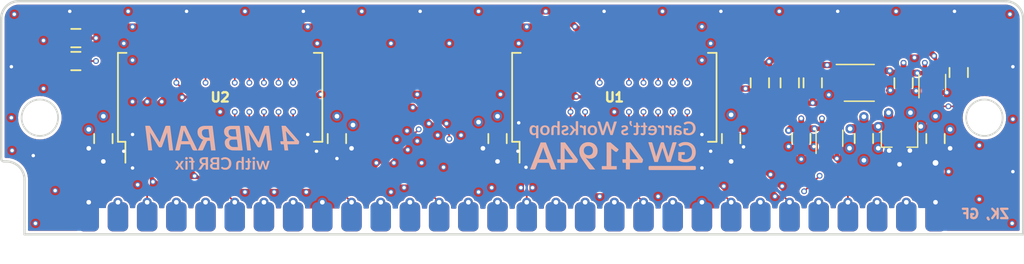
<source format=kicad_pcb>
(kicad_pcb (version 20221018) (generator pcbnew)
  (title_block (title "GW4194A") (date "2023-01-20") (rev "1.1-SOJ-DC") (company "Garrett's Workshop"))
  (layers (0 "F.Cu" signal) (1 "In1.Cu" power) (2 "In2.Cu" power) (31 "B.Cu" signal) (34 "B.Paste" user) (35 "F.Paste" user) (36 "B.SilkS" user "B.Silkscreen") (37 "F.SilkS" user "F.Silkscreen") (38 "B.Mask" user) (39 "F.Mask" user) (44 "Edge.Cuts" user))
  (net 0 "")
  (net 1 "+5V")
  (net 2 "/D0")
  (net 3 "/D1")
  (net 4 "/~{WE}")
  (net 5 "/~{RAS}")
  (net 6 "/~{CAS}")
  (net 7 "/D2")
  (net 8 "/D3")
  (net 9 "GND")
  (net 10 "/D4")
  (net 11 "/D5")
  (net 12 "/D6")
  (net 13 "/A11")
  (net 14 "/D7")
  (net 15 "/QP")
  (net 16 "/~{CASP}")
  (net 17 "/DP")
  (net 18 "/1A0")
  (net 19 "/1A1")
  (net 20 "/1A2")
  (net 21 "/1A3")
  (net 22 "/1A4")
  (net 23 "/1A5")
  (net 24 "/1A6")
  (net 25 "/1A7")
  (net 26 "/1A8")
  (net 27 "/1A10")
  (net 28 "/1A9")
  (net 29 "/~{RWE}")
  (net 30 "/~{OE}")
  (net 31 "/~{WEE}")
  (net 32 "Net-(U4-CK)")
  (net 33 "+3V3")
  (net 34 "Net-(U4-~{R})")
  (net 35 "Net-(R4-Pad2)")
  (footprint "stdpads:C_0805" (layer "F.Cu") (at 85.09 93.257 90)
    (fp_text reference "C1" hide)
    (fp_text value "2u2" hide)
  )
  (footprint "stdpads:C_0805" (layer "F.Cu") (at 105.41 93.257 90)
    (fp_text reference "C2" hide)
    (fp_text value "2u2" hide)
  )
  (footprint "stdpads:C_0805" (layer "F.Cu") (at 119.38 93.257 90)
    (fp_text reference "C3" hide)
    (fp_text value "2u2" hide)
  )
  (footprint "stdpads:C_0805" (layer "F.Cu") (at 157.48 93.257 90)
    (fp_text reference "C5" hide)
    (fp_text value "2u2" hide)
  )
  (footprint "stdpads:SIMM-30_Edge" (layer "F.Cu") (at 120.65 99.822)
    (fp_text reference "J1")
    (fp_text value "DRAM-SIMM-30")
  )
  (footprint "stdpads:R_0805" (layer "F.Cu") (at 82.7 86.5 180)
    (fp_text reference "R1")
    (fp_text value "EDO")
  )
  (footprint "stdpads:R_0805" (layer "F.Cu") (at 82.7 84.5)
    (fp_text reference "R2")
    (fp_text value "FPM")
  )
  (footprint "stdpads:C_0805" (layer "F.Cu") (at 146.8 88.4 -90)
    (fp_text reference "C9")
    (fp_text value "22p")
  )
  (footprint "stdpads:R_0805" (layer "F.Cu") (at 144.8 88.4 -90)
    (fp_text reference "R3")
    (fp_text value "100")
  )
  (footprint "stdpads:SOT-353" (layer "F.Cu") (at 148.25 93.25)
    (fp_text reference "U3")
    (fp_text value "74LVC1G04")
  )
  (footprint "stdpads:SOT-353" (layer "F.Cu") (at 157.2 88.4)
    (fp_text reference "U5")
    (fp_text value "74LVC1G32")
  )
  (footprint "stdpads:C_0805" (layer "F.Cu") (at 154.7 88.4 -90)
    (fp_text reference "C8")
    (fp_text value "2u2")
  )
  (footprint "stdpads:SOT-23" (layer "F.Cu") (at 154.35 93.25 90)
    (fp_text reference "U6")
    (fp_text value "XC6206PxxxMR")
  )
  (footprint "stdpads:C_0805" (layer "F.Cu") (at 151.25 93.25 -90)
    (fp_text reference "C7" hide)
    (fp_text value "2u2" hide)
  )
  (footprint "stdpads:R_0805" (layer "F.Cu") (at 142.2 88.4 90)
    (fp_text reference "R4")
    (fp_text value "100")
  )
  (footprint "stdpads:C_0805" (layer "F.Cu") (at 145.8 93.25 -90)
    (fp_text reference "C6")
    (fp_text value "2u2")
  )
  (footprint "stdpads:SOP-24-26_300mil" (layer "F.Cu") (at 129.54 89.662 90)
    (fp_text reference "U1")
    (fp_text value "4C4M4")
  )
  (footprint "stdpads:SOP-24-26_300mil" (layer "F.Cu") (at 95.25 89.662 90)
    (fp_text reference "U2")
    (fp_text value "4C4M4")
  )
  (footprint "stdpads:C_0805" (layer "F.Cu") (at 139.7 93.257 90)
    (fp_text reference "C4")
    (fp_text value "2u2")
  )
  (footprint "stdpads:NXP_TSSOP-8_3x3mm_P0.65mm" (layer "F.Cu") (at 150.85 88.4)
    (fp_text reference "U4")
    (fp_text value "74LVC1G74DP")
  )
  (footprint "stdpads:R_0805" (layer "F.Cu") (at 159.5 87.5 -90)
    (fp_text reference "R5")
    (fp_text value "DNP")
  )
  (footprint "LOGO" (layer "B.Cu") (at 129.413 94.0435 180)
    (fp_text reference "G***" hide)
    (fp_text value "LOGO" hide)
  )
  (footprint "LOGO" (layer "B.Cu") (at 95.4405 93.98 180)
    (fp_text reference "G***" hide)
    (fp_text value "LOGO" hide)
  )
  (gr_circle (center 79.5655 91.44) (end 77.978 91.44) (stroke (width 0.15)) (fill none) (layer "Edge.Cuts"))
  (gr_circle (center 161.7345 91.44) (end 163.322 91.44) (stroke (width 0.15)) (fill none) (layer "Edge.Cuts"))
  (gr_arc (start 163.576 81.28) (mid 164.653631 81.726369) (end 165.1 82.804) (stroke (width 0.2)) (layer "Edge.Cuts"))
  (gr_arc (start 76.2 82.804) (mid 76.646369 81.726369) (end 77.724 81.28) (stroke (width 0.2)) (layer "Edge.Cuts"))
  (gr_line (start 76.6445 95.25) (end 76.454 95.25) (stroke (width 0.2)) (layer "Edge.Cuts"))
  (gr_line (start 78.232 101.6) (end 78.232 96.8375) (stroke (width 0.2)) (layer "Edge.Cuts"))
  (gr_arc (start 76.454 95.25) (mid 76.274395 95.175605) (end 76.2 94.996) (stroke (width 0.2)) (layer "Edge.Cuts"))
  (gr_arc (start 76.6445 95.25) (mid 77.767032 95.714968) (end 78.232 96.8375) (stroke (width 0.2)) (layer "Edge.Cuts"))
  (gr_line (start 76.2 94.996) (end 76.2 82.804) (stroke (width 0.2)) (layer "Edge.Cuts"))
  (gr_line (start 165.1 101.6) (end 78.232 101.6) (stroke (width 0.2)) (layer "Edge.Cuts"))
  (gr_line (start 165.1 82.804) (end 165.1 101.6) (stroke (width 0.2)) (layer "Edge.Cuts"))
  (gr_line (start 77.724 81.28) (end 163.576 81.28) (stroke (width 0.2)) (layer "Edge.Cuts"))
  (gr_text "ZK, GF" (at 161.798 99.822) (layer "B.SilkS") (effects (font (size 0.8128 0.8128) (thickness 0.2032)) (justify mirror)))
  (segment (start 154.35 94.3) (end 155.25 94.3) (width 0.8) (layer "F.Cu") (net 1))
  (segment (start 154.35 94.3) (end 153.45 94.3) (width 0.8) (layer "F.Cu") (net 1))
  (segment (start 154.35 94.3) (end 154.35 95.5) (width 0.8) (layer "F.Cu") (net 1))
  (segment (start 105.41 94.107) (end 103.886 94.107) (width 0.6) (layer "F.Cu") (net 1))
  (segment (start 119.38 94.107) (end 118.11 94.107) (width 0.762) (layer "F.Cu") (net 1))
  (segment (start 138.176 94.107) (end 137.922 94.361) (width 0.508) (layer "F.Cu") (net 1))
  (segment (start 155.443 94.107) (end 155.25 94.3) (width 0.8) (layer "F.Cu") (net 1))
  (segment (start 87.63 94.361) (end 87.63 92.9005) (width 0.6) (layer "F.Cu") (net 1))
  (segment (start 140.6525 94.107) (end 140.7795 93.98) (width 0.508) (layer "F.Cu") (net 1))
  (segment (start 157.48 98.806) (end 157.48 95.377) (width 1.27) (layer "F.Cu") (net 1))
  (segment (start 87.63 94.361) (end 87.63 95.8215) (width 0.6) (layer "F.Cu") (net 1))
  (segment (start 139.7 94.107) (end 138.176 94.107) (width 0.508) (layer "F.Cu") (net 1))
  (segment (start 105.41 94.107) (end 105.41 94.996) (width 0.508) (layer "F.Cu") (net 1))
  (segment (start 87.63 94.361) (end 86.868 94.361) (width 0.6) (layer "F.Cu") (net 1))
  (segment (start 119.38 94.107) (end 119.38 95.25) (width 0.762) (layer "F.Cu") (net 1))
  (segment (start 120.904 94.107) (end 121.158 94.361) (width 0.762) (layer "F.Cu") (net 1))
  (segment (start 119.38 94.107) (end 120.904 94.107) (width 0.762) (layer "F.Cu") (net 1))
  (segment (start 105.41 94.107) (end 106.68 94.107) (width 0.762) (layer "F.Cu") (net 1))
  (segment (start 121.92 92.583) (end 121.92 94.361) (width 0.6) (layer "F.Cu") (net 1))
  (segment (start 85.09 94.107) (end 85.09 95.25) (width 0.762) (layer "F.Cu") (net 1))
  (segment (start 121.2215 91.8845) (end 121.92 92.583) (width 0.6) (layer "F.Cu") (net 1))
  (segment (start 85.09 94.107) (end 86.614 94.107) (width 0.762) (layer "F.Cu") (net 1))
  (segment (start 157.48 94.107) (end 158.75 94.107) (width 0.8) (layer "F.Cu") (net 1))
  (segment (start 85.09 94.107) (end 83.82 94.107) (width 0.762) (layer "F.Cu") (net 1))
  (segment (start 137.16 94.361) (end 137.922 94.361) (width 0.6) (layer "F.Cu") (net 1))
  (segment (start 137.16 94.361) (end 137.16 92.9005) (width 0.6) (layer "F.Cu") (net 1))
  (segment (start 121.92 94.361) (end 121.92 95.6945) (width 0.6) (layer "F.Cu") (net 1))
  (segment (start 103.886 94.107) (end 103.632 94.361) (width 0.6) (layer "F.Cu") (net 1))
  (segment (start 139.7 94.107) (end 139.7 95.25) (width 0.762) (layer "F.Cu") (net 1))
  (segment (start 137.16 94.361) (end 137.16 95.8215) (width 0.6) (layer "F.Cu") (net 1))
  (segment (start 121.92 94.361) (end 121.158 94.361) (width 0.6) (layer "F.Cu") (net 1))
  (segment (start 86.614 94.107) (end 86.868 94.361) (width 0.762) (layer "F.Cu") (net 1))
  (segment (start 157.48 94.107) (end 155.443 94.107) (width 0.8) (layer "F.Cu") (net 1))
  (segment (start 121.92 95.6945) (end 121.8565 95.758) (width 0.6) (layer "F.Cu") (net 1))
  (segment (start 157.48 95.377) (end 157.48 94.107) (width 0.762) (layer "F.Cu") (net 1))
  (segment (start 102.87 94.361) (end 102.87 92.9005) (width 0.6) (layer "F.Cu") (net 1))
  (segment (start 102.87 94.361) (end 103.632 94.361) (width 0.6) (layer "F.Cu") (net 1))
  (segment (start 139.7 94.107) (end 140.6525 94.107) (width 0.508) (layer "F.Cu") (net 1))
  (via (at 77.089 86.995) (size 0.508) (drill 0.3) (layers "F.Cu" "B.Cu") (net 1))
  (via (at 164.211 86.995) (size 0.508) (drill 0.3) (layers "F.Cu" "B.Cu") (net 1))
  (via (at 164.211 96.139) (size 0.508) (drill 0.3) (layers "F.Cu" "B.Cu") (net 1))
  (via (at 78.994 94.742) (size 0.508) (drill 0.3) (layers "F.Cu" "B.Cu") (net 1))
  (via (at 159.131 82.169) (size 0.508) (drill 0.3) (layers "F.Cu" "B.Cu") (net 1))
  (via (at 148.971 82.169) (size 0.508) (drill 0.3) (layers "F.Cu" "B.Cu") (net 1))
  (via (at 92.329 82.169) (size 0.508) (drill 0.3) (layers "F.Cu" "B.Cu") (net 1))
  (via (at 102.489 82.169) (size 0.508) (drill 0.3) (layers "F.Cu" "B.Cu") (net 1))
  (via (at 138.811 82.169) (size 0.508) (drill 0.3) (layers "F.Cu" "B.Cu") (net 1))
  (via (at 82.169 82.169) (size 0.508) (drill 0.3) (layers "F.Cu" "B.Cu") (net 1))
  (via (at 112.649 82.169) (size 0.508) (drill 0.3) (layers "F.Cu" "B.Cu") (net 1))
  (via (at 128.651 82.169) (size 0.508) (drill 0.3) (layers "F.Cu" "B.Cu") (net 1))
  (via (at 155.25 94.3) (size 0.8) (drill 0.4) (layers "F.Cu" "B.Cu") (net 1))
  (via (at 154.35 95.5) (size 0.8) (drill 0.4) (layers "F.Cu" "B.Cu") (net 1))
  (via (at 153.45 94.3) (size 0.8) (drill 0.4) (layers "F.Cu" "B.Cu") (net 1))
  (via (at 121.8565 95.758) (size 0.5) (drill 0.3) (layers "F.Cu" "B.Cu") (net 1))
  (via (at 121.2215 91.8845) (size 0.6) (drill 0.3) (layers "F.Cu" "B.Cu") (net 1))
  (via (at 105.41 94.996) (size 0.508) (drill 0.3) (layers "F.Cu" "B.Cu") (net 1))
  (via (at 140.7795 93.98) (size 0.508) (drill 0.3) (layers "F.Cu" "B.Cu") (net 1))
  (via (at 87.63 92.9005) (size 0.6) (drill 0.3) (layers "F.Cu" "B.Cu") (net 1))
  (via (at 83.82 94.107) (size 0.8) (drill 0.4) (layers "F.Cu" "B.Cu") (net 1))
  (via (at 119.38 95.25) (size 0.8) (drill 0.4) (layers "F.Cu" "B.Cu") (net 1))
  (via (at 85.09 95.25) (size 0.8) (drill 0.4) (layers "F.Cu" "B.Cu") (net 1))
  (via (at 86.868 94.361) (size 0.6) (drill 0.3) (layers "F.Cu" "B.Cu") (net 1))
  (via (at 137.16 95.8215) (size 0.6) (drill 0.3) (layers "F.Cu" "B.Cu") (net 1))
  (via (at 139.7 95.25) (size 0.8) (drill 0.4) (layers "F.Cu" "B.Cu") (net 1))
  (via (at 137.922 94.361) (size 0.6) (drill 0.3) (layers "F.Cu" "B.Cu") (net 1))
  (via (at 158.75 94.107) (size 0.8) (drill 0.4) (layers "F.Cu" "B.Cu") (net 1))
  (via (at 121.158 94.361) (size 0.6) (drill 0.3) (layers "F.Cu" "B.Cu") (net 1))
  (via (at 137.16 92.9005) (size 0.6) (drill 0.3) (layers "F.Cu" "B.Cu") (net 1))
  (via (at 118.11 94.107) (size 0.8) (drill 0.4) (layers "F.Cu" "B.Cu") (net 1))
  (via (at 87.63 95.8215) (size 0.6) (drill 0.3) (layers "F.Cu" "B.Cu") (net 1))
  (via (at 103.632 94.361) (size 0.6) (drill 0.3) (layers "F.Cu" "B.Cu") (net 1))
  (via (at 106.68 94.107) (size 0.8) (drill 0.4) (layers "F.Cu" "B.Cu") (net 1))
  (via (at 157.48 95.377) (size 1) (drill 0.5) (layers "F.Cu" "B.Cu") (net 1))
  (via (at 102.87 92.9005) (size 0.6) (drill 0.3) (layers "F.Cu" "B.Cu") (net 1))
  (segment (start 88.9 96.266) (end 88.265 95.631) (width 0.1524) (layer "F.Cu") (net 2))
  (segment (start 88.265 89.916) (end 88.9 89.281) (width 0.1524) (layer "F.Cu") (net 2))
  (segment (start 88.265 95.631) (end 88.265 89.916) (width 0.1524) (layer "F.Cu") (net 2))
  (segment (start 88.9 98.806) (end 88.9 96.266) (width 0.1524) (layer "F.Cu") (net 2))
  (segment (start 88.9 89.281) (end 88.9 85.962) (width 0.1524) (layer "F.Cu") (net 2))
  (segment (start 96.52 98.806) (end 95.504 97.79) (width 0.1524) (layer "F.Cu") (net 3))
  (segment (start 95.504 97.79) (end 90.932 97.79) (width 0.1524) (layer "F.Cu") (net 3))
  (segment (start 90.932 97.79) (end 88.9 95.758) (width 0.1524) (layer "F.Cu") (net 3))
  (segment (start 88.9 95.758) (end 88.9 94.112) (width 0.1524) (layer "F.Cu") (net 3))
  (segment (start 156.55 89.25) (end 156.55 90.2) (width 0.1524) (layer "F.Cu") (net 4))
  (segment (start 156.8 90.45) (end 158.6 90.45) (width 0.1524) (layer "F.Cu") (net 4))
  (segment (start 159.25 90.45) (end 158.6 90.45) (width 0.1524) (layer "F.Cu") (net 4))
  (segment (start 146.7485 97.155) (end 146.05 97.8535) (width 0.1524) (layer "F.Cu") (net 4))
  (segment (start 159.5 90.2) (end 159.25 90.45) (width 0.1524) (layer "F.Cu") (net 4))
  (segment (start 156.55 90.2) (end 156.8 90.45) (width 0.1524) (layer "F.Cu") (net 4))
  (segment (start 147.4 96.5) (end 146.7485 97.1515) (width 0.1524) (layer "F.Cu") (net 4))
  (segment (start 159.5 88.45) (end 159.5 90.2) (width 0.1524) (layer "F.Cu") (net 4))
  (segment (start 146.7485 97.1515) (end 146.7485 97.155) (width 0.1524) (layer "F.Cu") (net 4))
  (via (at 146.05 97.8535) (size 0.508) (drill 0.3) (layers "F.Cu" "B.Cu") (net 4))
  (via (at 147.4 96.5) (size 0.508) (drill 0.3) (layers "F.Cu" "B.Cu") (net 4))
  (via (at 158.6 90.45) (size 0.508) (drill 0.3) (layers "F.Cu" "B.Cu") (net 4))
  (segment (start 127 94.112) (end 127 90.932) (width 0.1524) (layer "F.Cu") (net 5))
  (segment (start 92.71 95.504) (end 92.71 93.362) (width 0.1524) (layer "F.Cu") (net 5))
  (segment (start 112.522 92.456) (end 108.585 96.393) (width 0.1524) (layer "F.Cu") (net 5))
  (segment (start 149.86 96.66) (end 149.86 98.806) (width 0.1524) (layer "F.Cu") (net 5))
  (segment (start 108.585 96.393) (end 93.599 96.393) (width 0.1524) (layer "F.Cu") (net 5))
  (segment (start 148.25 94.1) (end 148.25 95.05) (width 0.1524) (layer "F.Cu") (net 5))
  (segment (start 93.599 96.393) (end 92.71 95.504) (width 0.1524) (layer "F.Cu") (net 5))
  (segment (start 148.25 95.05) (end 149.86 96.66) (width 0.1524) (layer "F.Cu") (net 5))
  (via (at 127 90.932) (size 0.508) (drill 0.3) (layers "F.Cu" "B.Cu") (net 5))
  (via (at 112.522 92.456) (size 0.508) (drill 0.3) (layers "F.Cu" "B.Cu") (net 5))
  (segment (start 124.9045 82.9945) (end 125.73 83.82) (width 0.1524) (layer "F.Cu") (net 6))
  (segment (start 144 86.35) (end 150 86.35) (width 0.1524) (layer "F.Cu") (net 6))
  (segment (start 103.759 88.8365) (end 114.4905 88.8365) (width 0.1524) (layer "F.Cu") (net 6))
  (segment (start 137.85 89.25) (end 138.7 88.4) (width 0.1524) (layer "F.Cu") (net 6))
  (segment (start 91.44 88.392) (end 92.329 89.281) (width 0.1524) (layer "F.Cu") (net 6))
  (segment (start 143.15 88.4) (end 143.5 88.05) (width 0.1524) (layer "F.Cu") (net 6))
  (segment (start 92.329 89.281) (end 103.3145 89.281) (width 0.1524) (layer "F.Cu") (net 6))
  (segment (start 150.35 86.7) (end 150.35 88) (width 0.1524) (layer "F.Cu") (net 6))
  (segment (start 114.4905 88.8365) (end 120.3325 82.9945) (width 0.1524) (layer "F.Cu") (net 6))
  (segment (start 150 86.35) (end 150.35 86.7) (width 0.1524) (layer "F.Cu") (net 6))
  (segment (start 138.7 88.4) (end 143.15 88.4) (width 0.1524) (layer "F.Cu") (net 6))
  (segment (start 84.45 86.5) (end 83.65 86.5) (width 0.1524) (layer "F.Cu") (net 6))
  (segment (start 125.73 88.392) (end 126.588 89.25) (width 0.1524) (layer "F.Cu") (net 6))
  (segment (start 125.73 83.82) (end 125.73 88.392) (width 0.1524) (layer "F.Cu") (net 6))
  (segment (start 126.588 89.25) (end 137.85 89.25) (width 0.1524) (layer "F.Cu") (net 6))
  (segment (start 150.2 88.15) (end 149.325 88.15) (width 0.1524) (layer "F.Cu") (net 6))
  (segment (start 103.3145 89.281) (end 103.759 88.8365) (width 0.1524) (layer "F.Cu") (net 6))
  (segment (start 120.3325 82.9945) (end 124.9045 82.9945) (width 0.1524) (layer "F.Cu") (net 6))
  (segment (start 143.5 88.05) (end 143.5 86.85) (width 0.1524) (layer "F.Cu") (net 6))
  (segment (start 143.5 86.85) (end 144 86.35) (width 0.1524) (layer "F.Cu") (net 6))
  (segment (start 91.44 88.392) (end 91.44 85.212) (width 0.1524) (layer "F.Cu") (net 6))
  (segment (start 150.35 88) (end 150.2 88.15) (width 0.1524) (layer "F.Cu") (net 6))
  (via (at 84.45 86.5) (size 0.508) (drill 0.3) (layers "F.Cu" "B.Cu") (net 6))
  (via (at 91.44 88.392) (size 0.508) (drill 0.3) (layers "F.Cu" "B.Cu") (net 6))
  (segment (start 90.17 85.962) (end 90.17 89.281) (width 0.1524) (layer "F.Cu") (net 7))
  (segment (start 105.283 97.409) (end 106.68 98.806) (width 0.1524) (layer "F.Cu") (net 7))
  (segment (start 89.535 95.758) (end 91.186 97.409) (width 0.1524) (layer "F.Cu") (net 7))
  (segment (start 90.17 89.281) (end 89.535 89.916) (width 0.1524) (layer "F.Cu") (net 7))
  (segment (start 91.186 97.409) (end 105.283 97.409) (width 0.1524) (layer "F.Cu") (net 7))
  (segment (start 89.535 89.916) (end 89.535 95.758) (width 0.1524) (layer "F.Cu") (net 7))
  (segment (start 91.44 97.028) (end 112.522 97.028) (width 0.1524) (layer "F.Cu") (net 8))
  (segment (start 90.17 95.758) (end 91.44 97.028) (width 0.1524) (layer "F.Cu") (net 8))
  (segment (start 90.17 94.112) (end 90.17 95.758) (width 0.1524) (layer "F.Cu") (net 8))
  (segment (start 112.522 97.028) (end 114.3 98.806) (width 0.1524) (layer "F.Cu") (net 8))
  (segment (start 155.3 92.2) (end 156.2 92.2) (width 0.8) (layer "F.Cu") (net 9))
  (segment (start 155.3 92.2) (end 155.3 91) (width 0.8) (layer "F.Cu") (net 9))
  (segment (start 146.75 94.1) (end 146.9 93.95) (width 0.6) (layer "F.Cu") (net 9))
  (segment (start 87.63 84.963) (end 87.63 83.5207) (width 0.6) (layer "F.Cu") (net 9))
  (segment (start 105.41 92.407) (end 105.41 91.313) (width 0.762) (layer "F.Cu") (net 9))
  (segment (start 151.25 94.1) (end 151.25 95.15) (width 0.8) (layer "F.Cu") (net 9))
  (segment (start 87.63 84.963) (end 87.63 86.4235) (width 0.6) (layer "F.Cu") (net 9))
  (segment (start 153.75 89.25) (end 153.55 89.05) (width 0.6) (layer "F.Cu") (net 9))
  (segment (start 154.7 89.25) (end 153.75 89.25) (width 0.6) (layer "F.Cu") (net 9))
  (segment (start 145.8 94.1) (end 146.75 94.1) (width 0.6) (layer "F.Cu") (net 9))
  (segment (start 137.16 84.963) (end 137.922 84.963) (width 0.6) (layer "F.Cu") (net 9))
  (segment (start 156.407 92.407) (end 156.2 92.2) (width 0.8) (layer "F.Cu") (net 9))
  (segment (start 148 89.25) (end 148.2 89.45) (width 0.6) (layer "F.Cu") (net 9))
  (segment (start 149.2 89.45) (end 148.2 89.45) (width 0.6) (layer "F.Cu") (net 9))
  (segment (start 106.475 92.407) (end 106.807 92.075) (width 0.762) (layer "F.Cu") (net 9))
  (segment (start 121.92 84.963) (end 121.92 83.522149) (width 0.6) (layer "F.Cu") (net 9))
  (segment (start 118.315 92.407) (end 117.729 91.821) (width 0.762) (layer "F.Cu") (net 9))
  (segment (start 146.8 89.25) (end 148 89.25) (width 0.6) (layer "F.Cu") (net 9))
  (segment (start 151.25 94.1) (end 152.5 94.1) (width 0.8) (layer "F.Cu") (net 9))
  (segment (start 83.869 92.407) (end 83.82 92.456) (width 0.762) (layer "F.Cu") (net 9))
  (segment (start 85.09 92.407) (end 85.09 91.313) (width 0.762) (layer "F.Cu") (net 9))
  (segment (start 157.48 92.407) (end 158.701 92.407) (width 0.8) (layer "F.Cu") (net 9))
  (segment (start 102.87 84.963) (end 102.87 83.5207) (width 0.6) (layer "F.Cu") (net 9))
  (segment (start 102.87 84.963) (end 103.6955 84.963) (width 0.6) (layer "F.Cu") (net 9))
  (segment (start 144.85 94.1) (end 144.7 93.95) (width 0.6) (layer "F.Cu") (net 9))
  (segment (start 121.92 84.963) (end 121.92 86.1695) (width 0.6) (layer "F.Cu") (net 9))
  (segment (start 83.65 84.5) (end 84.45 84.5) (width 0.1524) (layer "F.Cu") (net 9))
  (segment (start 140.667 92.407) (end 140.7795 92.5195) (width 0.508) (layer "F.Cu") (net 9))
  (segment (start 157.85 89.25) (end 158.45 89.25) (width 0.45) (layer "F.Cu") (net 9))
  (segment (start 87.63 84.963) (end 86.868 84.963) (width 0.6) (layer "F.Cu") (net 9))
  (segment (start 137.16 84.963) (end 137.16 83.5025) (width 0.6) (layer "F.Cu") (net 9))
  (segment (start 145.8 94.1) (end 144.85 94.1) (width 0.6) (layer "F.Cu") (net 9))
  (segment (start 105.41 92.407) (end 106.475 92.407) (width 0.762) (layer "F.Cu") (net 9))
  (segment (start 121.92 84.963) (end 121.2215 84.963) (width 0.6) (layer "F.Cu") (net 9))
  (segment (start 154.7 89.25) (end 155.65 89.25) (width 0.6) (layer "F.Cu") (net 9))
  (segment (start 151.25 94.1) (end 150 94.1) (width 0.8) (layer "F.Cu") (net 9))
  (segment (start 121.92 83.522149) (end 121.921449 83.5207) (width 0.6) (layer "F.Cu") (net 9))
  (segment (start 119.38 92.407) (end 118.315 92.407) (width 0.762) (layer "F.Cu") (net 9))
  (segment (start 157.48 92.407) (end 156.407 92.407) (width 0.8) (layer "F.Cu") (net 9))
  (segment (start 139.7 92.407) (end 139.7 91.186) (width 0.762) (layer "F.Cu") (net 9))
  (segment (start 157.48 92.407) (end 157.48 91.313) (width 0.8) (layer "F.Cu") (net 9))
  (segment (start 145.8 94.1) (end 145.8 95.05) (width 0.6) (layer "F.Cu") (net 9))
  (segment (start 155.65 89.25) (end 155.8 89.1) (width 0.6) (layer "F.Cu") (net 9))
  (segment (start 119.38 92.407) (end 119.38 91.313) (width 0.762) (layer "F.Cu") (net 9))
  (segment (start 146.8 89.25) (end 146.8 90.15) (width 0.508) (layer "F.Cu") (net 9))
  (segment (start 139.7 92.407) (end 140.667 92.407) (width 0.508) (layer "F.Cu") (net 9))
  (segment (start 137.16 84.963) (end 137.16 86.4235) (width 0.6) (layer "F.Cu") (net 9))
  (segment (start 85.09 92.407) (end 83.869 92.407) (width 0.762) (layer "F.Cu") (net 9))
  (segment (start 148.9 94.1) (end 148.9 95) (width 0.4) (layer "F.Cu") (net 9))
  (segment (start 158.701 92.407) (end 158.75 92.456) (width 0.8) (layer "F.Cu") (net 9))
  (via (at 112.776 95.377) (size 0.508) (drill 0.3) (layers "F.Cu" "B.Cu") (net 9))
  (via (at 110.617 93.345) (size 0.508) (drill 0.3) (layers "F.Cu" "B.Cu") (net 9))
  (via (at 95.25 90.932) (size 0.508) (drill 0.3) (layers "F.Cu" "B.Cu") (net 9))
  (via (at 112.395 89.408) (size 0.508) (drill 0.3) (layers "F.Cu" "B.Cu") (net 9))
  (via (at 119.634 89.408) (size 0.508) (drill 0.3) (layers "F.Cu" "B.Cu") (net 9))
  (via (at 111.252 97.536) (size 0.508) (drill 0.3) (layers "F.Cu" "B.Cu") (net 9))
  (via (at 117.729 97.917) (size 0.508) (drill 0.3) (layers "F.Cu" "B.Cu") (net 9))
  (via (at 118.872 97.536) (size 0.508) (drill 0.3) (layers "F.Cu" "B.Cu") (net 9))
  (via (at 139.065 97.409) (size 0.508) (drill 0.3) (layers "F.Cu" "B.Cu") (net 9))
  (via (at 89.408 97.028) (size 0.508) (drill 0.3) (layers "F.Cu" "B.Cu") (net 9))
  (via (at 88.0745 97.282) (size 0.508) (drill 0.3) (layers "F.Cu" "B.Cu") (net 9))
  (via (at 114.173 92.964) (size 0.508) (drill 0.3) (layers "F.Cu" "B.Cu") (net 9))
  (via (at 114.935 91.948) (size 0.508) (drill 0.3) (layers "F.Cu" "B.Cu") (net 9))
  (via (at 114.681 95.758) (size 0.508) (drill 0.3) (layers "F.Cu" "B.Cu") (net 9))
  (via (at 144.145 97.409) (size 0.508) (drill 0.3) (layers "F.Cu" "B.Cu") (net 9))
  (via (at 143.129 96.393) (size 0.508) (drill 0.3) (layers "F.Cu" "B.Cu") (net 9))
  (via (at 88.9 90.043) (size 0.508) (drill 0.3) (layers "F.Cu" "B.Cu") (net 9))
  (via (at 87.63 90.043) (size 0.508) (drill 0.3) (layers "F.Cu" "B.Cu") (net 9))
  (via (at 90.17 90.043) (size 0.508) (drill 0.3) (layers "F.Cu" "B.Cu") (net 9))
  (via (at 91.948 89.662) (size 0.508) (drill 0.3) (layers "F.Cu" "B.Cu") (net 9))
  (via (at 126.238 89.5985) (size 0.508) (drill 0.3) (layers "F.Cu" "B.Cu") (net 9))
  (via (at 112.395 93.472) (size 0.508) (drill 0.3) (layers "F.Cu" "B.Cu") (net 9))
  (via (at 113.411 91.948) (size 0.508) (drill 0.3) (layers "F.Cu" "B.Cu") (net 9))
  (via (at 116.205 92.964) (size 0.508) (drill 0.3) (layers "F.Cu" "B.Cu") (net 9))
  (via (at 111.506 92.583) (size 0.508) (drill 0.3) (layers "F.Cu" "B.Cu") (net 9))
  (via (at 121.412 97.536) (size 0.508) (drill 0.3) (layers "F.Cu" "B.Cu") (net 9))
  (via (at 122.428 97.536) (size 0.508) (drill 0.3) (layers "F.Cu" "B.Cu") (net 9))
  (via (at 110.363 95.377) (size 0.508) (drill 0.3) (layers "F.Cu" "B.Cu") (net 9))
  (via (at 163.957 82.423) (size 0.508) (drill 0.3) (layers "F.Cu" "B.Cu") (net 9))
  (via (at 164.1475 100.6475) (size 0.508) (drill 0.3) (layers "F.Cu" "B.Cu") (net 9))
  (via (at 79.1845 100.6475) (size 0.508) (drill 0.3) (layers "F.Cu" "B.Cu") (net 9))
  (via (at 77.1525 94.2975) (size 0.508) (drill 0.3) (layers "F.Cu" "B.Cu") (net 9))
  (via (at 77.089 91.44) (size 0.508) (drill 0.3) (layers "F.Cu" "B.Cu") (net 9))
  (via (at 79.883 84.709) (size 0.508) (drill 0.3) (layers "F.Cu" "B.Cu") (net 9))
  (via (at 161.29 93.853) (size 0.508) (drill 0.3) (layers "F.Cu" "B.Cu") (net 9))
  (via (at 161.29 98.552) (size 0.508) (drill 0.3) (layers "F.Cu" "B.Cu") (net 9))
  (via (at 80.899 97.79) (size 0.508) (drill 0.3) (layers "F.Cu" "B.Cu") (net 9))
  (via (at 79.883 88.9) (size 0.508) (drill 0.3) (layers "F.Cu" "B.Cu") (net 9))
  (via (at 133.35 98.298) (size 0.508) (drill 0.3) (layers "F.Cu" "B.Cu") (net 9))
  (via (at 110.109 97.917) (size 0.508) (drill 0.3) (layers "F.Cu" "B.Cu") (net 9))
  (via (at 102.743 97.917) (size 0.508) (drill 0.3) (layers "F.Cu" "B.Cu") (net 9))
  (via (at 99.949 97.917) (size 0.508) (drill 0.3) (layers "F.Cu" "B.Cu") (net 9))
  (via (at 97.409 97.917) (size 0.508) (drill 0.3) (layers "F.Cu" "B.Cu") (net 9))
  (via (at 158.623 96.139) (size 0.508) (drill 0.3) (layers "F.Cu" "B.Cu") (net 9))
  (via (at 111.5695 94.234) (size 0.508) (drill 0.3) (layers "F.Cu" "B.Cu") (net 9))
  (via (at 104.013 89.408) (size 0.508) (drill 0.3) (layers "F.Cu" "B.Cu") (net 9))
  (via (at 108.839 95.377) (size 0.508) (drill 0.3) (layers "F.Cu" "B.Cu") (net 9))
  (via (at 112.014 90.551) (size 0.508) (drill 0.3) (layers "F.Cu" "B.Cu") (net 9))
  (via (at 164.211 91.567) (size 0.508) (drill 0.3) (layers "F.Cu" "B.Cu") (net 9))
  (via (at 77.343 82.423) (size 0.508) (drill 0.3) (layers "F.Cu" "B.Cu") (net 9))
  (via (at 154.051 82.169) (size 0.508) (drill 0.3) (layers "F.Cu" "B.Cu") (net 9))
  (via (at 87.249 82.169) (size 0.508) (drill 0.3) (layers "F.Cu" "B.Cu") (net 9))
  (via (at 97.409 82.169) (size 0.508) (drill 0.3) (layers "F.Cu" "B.Cu") (net 9))
  (via (at 143.891 82.169) (size 0.508) (drill 0.3) (layers "F.Cu" "B.Cu") (net 9))
  (via (at 110.109 84.963) (size 0.508) (drill 0.3) (layers "F.Cu" "B.Cu") (net 9))
  (via (at 115.189 84.963) (size 0.508) (drill 0.3) (layers "F.Cu" "B.Cu") (net 9))
  (via (at 126.111 83.5025) (size 0.508) (drill 0.3) (layers "F.Cu" "B.Cu") (net 9))
  (via (at 107.569 82.169) (size 0.508) (drill 0.3) (layers "F.Cu" "B.Cu") (net 9))
  (via (at 117.729 82.169) (size 0.508) (drill 0.3) (layers "F.Cu" "B.Cu") (net 9))
  (via (at 123.571 82.169) (size 0.508) (drill 0.3) (layers "F.Cu" "B.Cu") (net 9))
  (via (at 133.731 82.169) (size 0.508) (drill 0.3) (layers "F.Cu" "B.Cu") (net 9))
  (via (at 128.27 98.298) (size 0.508) (drill 0.3) (layers "F.Cu" "B.Cu") (net 9))
  (via (at 143.51 98.298) (size 0.508) (drill 0.3) (layers "F.Cu" "B.Cu") (net 9))
  (via (at 157.35 86.05) (size 0.508) (drill 0.3) (layers "F.Cu" "B.Cu") (net 9))
  (via (at 156.2 92.2) (size 0.8) (drill 0.4) (layers "F.Cu" "B.Cu") (net 9))
  (via (at 148.05 86.85) (size 0.508) (drill 0.3) (layers "F.Cu" "B.Cu") (net 9))
  (via (at 155.65 86.2) (size 0.508) (drill 0.3) (layers "F.Cu" "B.Cu") (net 9))
  (via (at 143 86.55) (size 0.508) (drill 0.3) (layers "F.Cu" "B.Cu") (net 9))
  (via (at 140.95 88.9) (size 0.508) (drill 0.3) (layers "F.Cu" "B.Cu") (net 9))
  (via (at 117.729 91.821) (size 0.8) (drill 0.4) (layers "F.Cu" "B.Cu") (net 9))
  (via (at 87.63 86.4235) (size 0.6) (drill 0.3) (layers "F.Cu" "B.Cu") (net 9))
  (via (at 150 94.1) (size 0.8) (drill 0.4) (layers "F.Cu" "B.Cu") (net 9))
  (via (at 137.16 86.4235) (size 0.6) (drill 0.3) (layers "F.Cu" "B.Cu") (net 9))
  (via (at 84.45 84.5) (size 0.508) (drill 0.3) (layers "F.Cu" "B.Cu") (net 9))
  (via (at 145.8 95.05) (size 0.6) (drill 0.3) (layers "F.Cu" "B.Cu") (net 9))
  (via (at 140.7795 92.5195) (size 0.508) (drill 0.3) (layers "F.Cu" "B.Cu") (net 9))
  (via (at 151.25 95.15) (size 0.8) (drill 0.4) (layers "F.Cu" "B.Cu") (net 9))
  (via (at 158.75 92.456) (size 0.8) (drill 0.4) (layers "F.Cu" "B.Cu") (net 9))
  (via (at 148.2 89.45) (size 0.6) (drill 0.3) (layers "F.Cu" "B.Cu") (net 9))
  (via (at 102.87 83.5207) (size 0.6) (drill 0.3) (layers "F.Cu" "B.Cu") (net 9))
  (via (at 146.9 93.95) (size 0.6) (drill 0.3) (layers "F.Cu" "B.Cu") (net 9))
  (via (at 137.922 84.963) (size 0.6) (drill 0.3) (layers "F.Cu" "B.Cu") (net 9))
  (via (at 153.55 89.05) (size 0.6) (drill 0.3) (layers "F.Cu" "B.Cu") (net 9))
  (via (at 85.09 91.313) (size 0.8) (drill 0.4) (layers "F.Cu" "B.Cu") (net 9))
  (via (at 148.9 95) (size 0.508) (drill 0.3) (layers "F.Cu" "B.Cu") (net 9))
  (via (at 106.807 92.075) (size 0.8) (drill 0.4) (layers "F.Cu" "B.Cu") (net 9))
  (via (at 103.6955 84.963) (size 0.5) (drill 0.3) (layers "F.Cu" "B.Cu") (net 9))
  (via (at 105.41 91.313) (size 0.8) (drill 0.4) (layers "F.Cu" "B.Cu") (net 9))
  (via (at 144.7 93.95) (size 0.6) (drill 0.3) (layers "F.Cu" "B.Cu") (net 9))
  (via (at 121.2215 84.963) (size 0.5) (drill 0.3) (layers "F.Cu" "B.Cu") (net 9))
  (via (at 87.63 83.5207) (size 0.6) (drill 0.3) (layers "F.Cu" "B.Cu") (net 9))
  (via (at 157.48 91.313) (size 0.8) (drill 0.4) (layers "F.Cu" "B.Cu") (net 9))
  (via (at 158.45 89.25) (size 0.508) (drill 0.3) (layers "F.Cu" "B.Cu") (net 9))
  (via (at 139.7 91.186) (size 0.8) (drill 0.4) (layers "F.Cu" "B.Cu") (net 9))
  (via (at 83.82 92.456) (size 0.8) (drill 0.4) (layers "F.Cu" "B.Cu") (net 9))
  (via (at 121.921449 83.5207) (size 0.6) (drill 0.3) (layers "F.Cu" "B.Cu") (net 9))
  (via (at 137.16 83.5025) (size 0.6) (drill 0.3) (layers "F.Cu" "B.Cu") (net 9))
  (via (at 93.0275 96.52) (size 0.508) (drill 0.3) (layers "F.Cu" "B.Cu") (net 9))
  (via (at 119.38 91.313) (size 0.8) (drill 0.4) (layers "F.Cu" "B.Cu") (net 9))
  (via (at 155.8 89.1) (size 0.6) (drill 0.3) (layers "F.Cu" "B.Cu") (net 9))
  (via (at 155.3 91) (size 0.8) (drill 0.4) (layers "F.Cu" "B.Cu") (net 9))
  (via (at 129.54 90.932) (size 0.508) (drill 0.3) (layers "F.Cu" "B.Cu") (net 9))
  (via (at 152.5 94.1) (size 0.8) (drill 0.4) (layers "F.Cu" "B.Cu") (net 9))
  (via (at 86.868 84.963) (size 0.6) (drill 0.3) (layers "F.Cu" "B.Cu") (net 9))
  (via (at 146.8 90.15) (size 0.508) (drill 0.3) (layers "F.Cu" "B.Cu") (net 9))
  (segment (start 122.555 95.8215) (end 122.555 89.662) (width 0.1524) (layer "F.Cu") (net 10))
  (segment (start 122.555 95.8215) (end 121.92 96.4565) (width 0.1524) (layer "F.Cu") (net 10))
  (segment (start 123.19 89.027) (end 122.555 89.662) (width 0.1524) (layer "F.Cu") (net 10))
  (segment (start 121.92 96.4565) (end 121.92 98.806) (width 0.1524) (layer "F.Cu") (net 10))
  (segment (start 123.19 85.962) (end 123.19 89.027) (width 0.1524) (layer "F.Cu") (net 10))
  (segment (start 123.19 96.266) (end 124.714 97.79) (width 0.1524) (layer "F.Cu") (net 11))
  (segment (start 123.19 93.362) (end 123.19 96.266) (width 0.1524) (layer "F.Cu") (net 11))
  (segment (start 124.714 97.79) (end 131.064 97.79) (width 0.1524) (layer "F.Cu") (net 11))
  (segment (start 131.064 97.79) (end 132.08 98.806) (width 0.1524) (layer "F.Cu") (net 11))
  (segment (start 124.46 89.027) (end 123.825 89.662) (width 0.1524) (layer "F.Cu") (net 12))
  (segment (start 123.825 89.662) (end 123.825 96.012) (width 0.1524) (layer "F.Cu") (net 12))
  (segment (start 123.825 96.012) (end 124.968 97.155) (width 0.1524) (layer "F.Cu") (net 12))
  (segment (start 138.049 97.155) (end 139.7 98.806) (width 0.1524) (layer "F.Cu") (net 12))
  (segment (start 124.968 97.155) (end 138.049 97.155) (width 0.1524) (layer "F.Cu") (net 12))
  (segment (start 124.46 85.212) (end 124.46 89.027) (width 0.1524) (layer "F.Cu") (net 12))
  (segment (start 124.46 93.362) (end 124.46 95.758) (width 0.1524) (layer "F.Cu") (net 14))
  (segment (start 125.222 96.52) (end 142.494 96.52) (width 0.1524) (layer "F.Cu") (net 14))
  (segment (start 142.494 96.52) (end 144.78 98.806) (width 0.1524) (layer "F.Cu") (net 14))
  (segment (start 124.46 95.758) (end 125.222 96.52) (width 0.1524) (layer "F.Cu") (net 14))
  (segment (start 100.33 94.112) (end 100.33 90.932) (width 0.1524) (layer "F.Cu") (net 18))
  (segment (start 132.08 93.362) (end 132.08 90.932) (width 0.1524) (layer "F.Cu") (net 18))
  (via (at 132.08 90.932) (size 0.508) (drill 0.3) (layers "F.Cu" "B.Cu") (net 18))
  (via (at 100.33 90.932) (size 0.508) (drill 0.3) (layers "F.Cu" "B.Cu") (net 18))
  (segment (start 99.06 90.932) (end 99.06 93.362) (width 0.1524) (layer "F.Cu") (net 19))
  (segment (start 133.35 94.112) (end 133.35 90.932) (width 0.1524) (layer "F.Cu") (net 19))
  (via (at 99.06 90.932) (size 0.508) (drill 0.3) (layers "F.Cu" "B.Cu") (net 19))
  (via (at 133.35 90.932) (size 0.508) (drill 0.3) (layers "F.Cu" "B.Cu") (net 19))
  (segment (start 134.62 94.112) (end 134.62 90.932) (width 0.1524) (layer "F.Cu") (net 20))
  (segment (start 97.79 90.932) (end 97.79 93.362) (width 0.1524) (layer "F.Cu") (net 20))
  (via (at 97.79 90.932) (size 0.508) (drill 0.3) (layers "F.Cu" "B.Cu") (net 20))
  (via (at 134.62 90.932) (size 0.508) (drill 0.3) (layers "F.Cu" "B.Cu") (net 20))
  (segment (start 135.89 94.112) (end 135.89 90.932) (width 0.1524) (layer "F.Cu") (net 21))
  (segment (start 96.52 90.932) (end 96.52 93.362) (width 0.1524) (layer "F.Cu") (net 21))
  (via (at 135.89 90.932) (size 0.508) (drill 0.3) (layers "F.Cu" "B.Cu") (net 21))
  (via (at 96.52 90.932) (size 0.508) (drill 0.3) (layers "F.Cu" "B.Cu") (net 21))
  (segment (start 135.89 85.212) (end 135.89 88.392) (width 0.1524) (layer "F.Cu") (net 22))
  (segment (start 93.98 85.212) (end 93.98 88.392) (width 0.1524) (layer "F.Cu") (net 22))
  (via (at 93.98 88.392) (size 0.508) (drill 0.3) (layers "F.Cu" "B.Cu") (net 22))
  (via (at 135.89 88.392) (size 0.508) (drill 0.3) (layers "F.Cu" "B.Cu") (net 22))
  (segment (start 96.52 88.392) (end 96.52 85.962) (width 0.1524) (layer "F.Cu") (net 23))
  (segment (start 134.62 85.962) (end 134.62 88.392) (width 0.1524) (layer "F.Cu") (net 23))
  (via (at 96.52 88.392) (size 0.508) (drill 0.3) (layers "F.Cu" "B.Cu") (net 23))
  (via (at 134.62 88.392) (size 0.508) (drill 0.3) (layers "F.Cu" "B.Cu") (net 23))
  (segment (start 97.79 88.392) (end 97.79 85.962) (width 0.1524) (layer "F.Cu") (net 24))
  (segment (start 133.35 85.212) (end 133.35 88.392) (width 0.1524) (layer "F.Cu") (net 24))
  (via (at 133.35 88.392) (size 0.508) (drill 0.3) (layers "F.Cu" "B.Cu") (net 24))
  (via (at 97.79 88.392) (size 0.508) (drill 0.3) (layers "F.Cu" "B.Cu") (net 24))
  (segment (start 99.06 88.392) (end 99.06 85.962) (width 0.1524) (layer "F.Cu") (net 25))
  (segment (start 132.08 85.212) (end 132.08 88.392) (width 0.1524) (layer "F.Cu") (net 25))
  (via (at 132.08 88.392) (size 0.508) (drill 0.3) (layers "F.Cu" "B.Cu") (net 25))
  (via (at 99.06 88.392) (size 0.508) (drill 0.3) (layers "F.Cu" "B.Cu") (net 25))
  (segment (start 100.33 85.212) (end 100.33 88.392) (width 0.1524) (layer "F.Cu") (net 26))
  (segment (start 130.81 85.212) (end 130.81 88.392) (width 0.1524) (layer "F.Cu") (net 26))
  (via (at 130.81 88.392) (size 0.508) (drill 0.3) (layers "F.Cu" "B.Cu") (net 26))
  (via (at 100.33 88.392) (size 0.508) (drill 0.3) (layers "F.Cu" "B.Cu") (net 26))
  (segment (start 101.6 94.112) (end 101.6 90.932) (width 0.1524) (layer "F.Cu") (net 27))
  (segment (start 130.81 94.112) (end 130.81 90.932) (width 0.1524) (layer "F.Cu") (net 27))
  (via (at 101.6 90.932) (size 0.508) (drill 0.3) (layers "F.Cu" "B.Cu") (net 27))
  (via (at 130.81 90.932) (size 0.508) (drill 0.3) (layers "F.Cu" "B.Cu") (net 27))
  (segment (start 128.27 85.212) (end 128.27 88.392) (width 0.1524) (layer "F.Cu") (net 28))
  (segment (start 101.6 85.212) (end 101.6 88.392) (width 0.1524) (layer "F.Cu") (net 28))
  (via (at 101.6 88.392) (size 0.508) (drill 0.3) (layers "F.Cu" "B.Cu") (net 28))
  (via (at 128.27 88.392) (size 0.508) (drill 0.3) (layers "F.Cu" "B.Cu") (net 28))
  (segment (start 125.73 94.112) (end 125.73 90.932) (width 0.1524) (layer "F.Cu") (net 29))
  (segment (start 92.3925 89.9795) (end 91.44 90.932) (width 0.1524) (layer "F.Cu") (net 29))
  (segment (start 115.189 93.2815) (end 115.189 92.964) (width 0.1524) (layer "F.Cu") (net 29))
  (segment (start 112.2045 89.9795) (end 92.3925 89.9795) (width 0.1524) (layer "F.Cu") (net 29))
  (segment (start 126.4285 90.1065) (end 126.0935 90.1065) (width 0.1524) (layer "F.Cu") (net 29))
  (segment (start 125.73 90.47) (end 125.73 90.932) (width 0.1524) (layer "F.Cu") (net 29))
  (segment (start 139.1 89.4) (end 138.5 90) (width 0.1524) (layer "F.Cu") (net 29))
  (segment (start 142.2 89.35) (end 142.15 89.4) (width 0.1524) (layer "F.Cu") (net 29))
  (segment (start 138.5 90) (end 126.535 90) (width 0.1524) (layer "F.Cu") (net 29))
  (segment (start 126.535 90) (end 126.4285 90.1065) (width 0.1524) (layer "F.Cu") (net 29))
  (segment (start 142.15 89.4) (end 139.1 89.4) (width 0.1524) (layer "F.Cu") (net 29))
  (segment (start 115.189 92.964) (end 112.2045 89.9795) (width 0.1524) (layer "F.Cu") (net 29))
  (segment (start 91.44 90.932) (end 91.44 94.112) (width 0.1524) (layer "F.Cu") (net 29))
  (segment (start 126.0935 90.1065) (end 125.73 90.47) (width 0.1524) (layer "F.Cu") (net 29))
  (via (at 125.73 90.932) (size 0.508) (drill 0.3) (layers "F.Cu" "B.Cu") (net 29))
  (via (at 115.189 93.2815) (size 0.508) (drill 0.3) (layers "F.Cu" "B.Cu") (net 29))
  (segment (start 127 83.66125) (end 126.01575 82.677) (width 0.1524) (layer "F.Cu") (net 30))
  (segment (start 82.1555 82.9945) (end 91.8845 82.9945) (width 0.1524) (layer "F.Cu") (net 30))
  (segment (start 81.75 84.5) (end 81.75 83.4) (width 0.1524) (layer "F.Cu") (net 30))
  (segment (start 119.888 82.9945) (end 93.5355 82.9945) (width 0.1524) (layer "F.Cu") (net 30))
  (segment (start 92.71 83.82) (end 92.71 85.212) (width 0.1524) (layer "F.Cu") (net 30))
  (segment (start 127 85.212) (end 127 83.66125) (width 0.1524) (layer "F.Cu") (net 30))
  (segment (start 81.75 84.5) (end 81.75 86.5) (width 0.1524) (layer "F.Cu") (net 30))
  (segment (start 81.75 83.4) (end 82.1555 82.9945) (width 0.1524) (layer "F.Cu") (net 30))
  (segment (start 120.2055 82.677) (end 119.888 82.9945) (width 0.1524) (layer "F.Cu") (net 30))
  (segment (start 91.8845 82.9945) (end 92.71 83.82) (width 0.1524) (layer "F.Cu") (net 30))
  (segment (start 126.01575 82.677) (end 120.2055 82.677) (width 0.1524) (layer "F.Cu") (net 30))
  (segment (start 93.5355 82.9945) (end 92.71 83.82) (width 0.1524) (layer "F.Cu") (net 30))
  (segment (start 152.05 85.7) (end 156.3 85.7) (width 0.1524) (layer "F.Cu") (net 31))
  (segment (start 151.05 87.85) (end 151.05 86.7) (width 0.1524) (layer "F.Cu") (net 31))
  (segment (start 149.325 88.65) (end 150.25 88.65) (width 0.1524) (layer "F.Cu") (net 31))
  (segment (start 151.05 86.7) (end 152.05 85.7) (width 0.1524) (layer "F.Cu") (net 31))
  (segment (start 157.2 86.6) (end 157.2 89.25) (width 0.1524) (layer "F.Cu") (net 31))
  (segment (start 156.3 85.7) (end 157.2 86.6) (width 0.1524) (layer "F.Cu") (net 31))
  (segment (start 150.25 88.65) (end 151.05 87.85) (width 0.1524) (layer "F.Cu") (net 31))
  (segment (start 147 87.35) (end 146.8 87.55) (width 0.15) (layer "F.Cu") (net 32))
  (segment (start 146.7 87.45) (end 146.8 87.55) (width 0.1524) (layer "F.Cu") (net 32))
  (segment (start 144.8 87.45) (end 146.7 87.45) (width 0.1524) (layer "F.Cu") (net 32))
  (segment (start 149.2 87.35) (end 147 87.35) (width 0.15) (layer "F.Cu") (net 32))
  (segment (start 146.85 87.6) (end 146.8 87.55) (width 0.1524) (layer "F.Cu") (net 32))
  (segment (start 154.7 87.55) (end 154.7 86.65) (width 0.508) (layer "F.Cu") (net 33))
  (segment (start 153.5 87.35) (end 153.7 87.55) (width 0.6) (layer "F.Cu") (net 33))
  (segment (start 153.85 87.55) (end 154.7 87.55) (width 0.1524) (layer "F.Cu") (net 33))
  (segment (start 156.55 87.55) (end 156.55 86.65) (width 0.4) (layer "F.Cu") (net 33))
  (segment (start 152.5 87.35) (end 153.5 87.35) (width 0.6) (layer "F.Cu") (net 33))
  (segment (start 147.6 92.4) (end 146.95 92.4) (width 0.4) (layer "F.Cu") (net 33))
  (segment (start 147.6 92.4) (end 147.6 91.5) (width 0.4) (layer "F.Cu") (net 33))
  (segment (start 151.25 92.4) (end 151.25 91.35) (width 0.8) (layer "F.Cu") (net 33))
  (segment (start 153.4 92.2) (end 153.4 91) (width 0.8) (layer "F.Cu") (net 33))
  (segment (start 152.3 92.4) (end 152.5 92.2) (width 0.8) (layer "F.Cu") (net 33))
  (segment (start 151.25 92.4) (end 152.3 92.4) (width 0.8) (layer "F.Cu") (net 33))
  (segment (start 151.25 92.4) (end 150.05 92.4) (width 0.8) (layer "F.Cu") (net 33))
  (segment (start 153.5 87.35) (end 153.5 87.9) (width 0.1524) (layer "F.Cu") (net 33))
  (segment (start 154.7 87.55) (end 153.7 87.55) (width 0.6) (layer "F.Cu") (net 33))
  (segment (start 153.5 87.9) (end 153.25 88.15) (width 0.1524) (layer "F.Cu") (net 33))
  (segment (start 145.8 92.4) (end 144.85 92.4) (width 0.6) (layer "F.Cu") (net 33))
  (segment (start 153.5 87.9) (end 153.85 87.55) (width 0.1524) (layer "F.Cu") (net 33))
  (segment (start 145.8 92.4) (end 145.8 91.5) (width 0.508) (layer "F.Cu") (net 33))
  (segment (start 145.8 92.4) (end 146.95 92.4) (width 0.6) (layer "F.Cu") (net 33))
  (segment (start 153.25 88.15) (end 152.375 88.15) (width 0.1524) (layer "F.Cu") (net 33))
  (segment (start 154.7 87.55) (end 155.9 87.55) (width 0.6) (layer "F.Cu") (net 33))
  (segment (start 153.4 92.2) (end 152.5 92.2) (width 0.8) (layer "F.Cu") (net 33))
  (segment (start 144.85 92.4) (end 144.7 92.55) (width 0.6) (layer "F.Cu") (net 33))
  (segment (start 156.55 87.55) (end 155.9 87.55) (width 0.4) (layer "F.Cu") (net 33))
  (via (at 146.95 92.4) (size 0.6) (drill 0.3) (layers "F.Cu" "B.Cu") (net 33))
  (via (at 147.6 91.5) (size 0.508) (drill 0.3) (layers "F.Cu" "B.Cu") (net 33))
  (via (at 154.7 86.65) (size 0.508) (drill 0.3) (layers "F.Cu" "B.Cu") (net 33))
  (via (at 150.05 92.4) (size 0.8) (drill 0.4) (layers "F.Cu" "B.Cu") (net 33))
  (via (at 145.8 91.5) (size 0.508) (drill 0.3) (layers "F.Cu" "B.Cu") (net 33))
  (via (at 153.4 91) (size 0.8) (drill 0.4) (layers "F.Cu" "B.Cu") (net 33))
  (via (at 144.7 92.55) (size 0.6) (drill 0.3) (layers "F.Cu" "B.Cu") (net 33))
  (via (at 152.5 92.2) (size 0.8) (drill 0.4) (layers "F.Cu" "B.Cu") (net 33))
  (via (at 156.55 86.65) (size 0.508) (drill 0.3) (layers "F.Cu" "B.Cu") (net 33))
  (via (at 151.25 91.35) (size 0.8) (drill 0.4) (layers "F.Cu" "B.Cu") (net 33))
  (via (at 153.5 87.35) (size 0.6) (drill 0.3) (layers "F.Cu" "B.Cu") (net 33))
  (via (at 155.9 87.55) (size 0.6) (drill 0.3) (layers "F.Cu" "B.Cu") (net 33))
  (segment (start 148.9 90.8) (end 148.75 90.65) (width 0.1524) (layer "F.Cu") (net 34))
  (segment (start 150.8 90.15) (end 150.3 90.65) (width 0.1524) (layer "F.Cu") (net 34))
  (segment (start 148.75 90.65) (end 145.3 90.65) (width 0.1524) (layer "F.Cu") (net 34))
  (segment (start 151.2 88.65) (end 150.8 89.05) (width 0.1524) (layer "F.Cu") (net 34))
  (segment (start 148.9 92.4) (end 148.9 90.8) (width 0.1524) (layer "F.Cu") (net 34))
  (segment (start 145.3 90.65) (end 144.8 90.15) (width 0.1524) (layer "F.Cu") (net 34))
  (segment (start 152.375 88.65) (end 151.2 88.65) (width 0.1524) (layer "F.Cu") (net 34))
  (segment (start 149.05 90.65) (end 148.75 90.65) (width 0.1524) (layer "F.Cu") (net 34))
  (segment (start 144.8 90.15) (end 144.8 89.35) (width 0.1524) (layer "F.Cu") (net 34))
  (segment (start 150.8 89.05) (end 150.8 90.15) (width 0.1524) (layer "F.Cu") (net 34))
  (segment (start 150.3 90.65) (end 149.05 90.65) (width 0.1524) (layer "F.Cu") (net 34))
  (segment (start 148.9 90.8) (end 149.05 90.65) (width 0.1524) (layer "F.Cu") (net 34))
  (segment (start 157.85 86.45) (end 157.95 86.55) (width 0.1524) (layer "F.Cu") (net 35))
  (segment (start 143.85 84.95) (end 142.2 86.6) (width 0.1524) (layer "F.Cu") (net 35))
  (segment (start 157.85 86.45) (end 157.85 85.85) (width 0.1524) (layer "F.Cu") (net 35))
  (segment (start 157.85 86.55) (end 157.85 86.45) (width 0.1524) (layer "F.Cu") (net 35))
  (segment (start 142.2 86.6) (end 142.2 87.45) (width 0.1524) (layer "F.Cu") (net 35))
  (segment (start 157.85 86.65) (end 157.95 86.55) (width 0.1524) (layer "F.Cu") (net 35))
  (segment (start 157.85 85.85) (end 156.95 84.95) (width 0.1524) (layer "F.Cu") (net 35))
  (segment (start 156.95 84.95) (end 143.85 84.95) (width 0.1524) (layer "F.Cu") (net 35))
  (segment (start 157.85 86.65) (end 157.85 86.55) (width 0.1524) (layer "F.Cu") (net 35))
  (segment (start 157.85 87.55) (end 157.85 86.65) (width 0.1524) (layer "F.Cu") (net 35))
  (segment (start 157.95 86.55) (end 157.85 86.55) (width 0.1524) (layer "F.Cu") (net 35))
  (segment (start 159.5 86.55) (end 157.95 86.55) (width 0.1524) (layer "F.Cu") (net 35))
  (zone (net 9) (net_name "GND") (layer "F.Cu") (connect_pads (clearance 0.1524)) (min_thickness 0.1524) (fill yes (thermal_gap 0.1524) (thermal_bridge_width 0.3))
    (polygon (pts (xy 76.2 81.28) (xy 165.1 81.28) (xy 165.1 101.6) (xy 76.2 101.6)))
  )
  (zone (net 0) (net_name "") (layers "F&B.Cu") (connect_pads (clearance 0)) (min_thickness 0.254)
    (keepout (tracks allowed) (vias allowed) (pads allowed) (copperpour not_allowed) (footprints allowed))
    (fill (thermal_gap 0.508) (thermal_bridge_width 0.508))
    (polygon (pts (xy 157.48 101.6) (xy 83.82 101.6) (xy 82.931 99.314) (xy 119.761 99.3775) (xy 158.369 99.314)))
  )
  (zone (net 1) (net_name "+5V") (layer "B.Cu") (connect_pads (clearance 0.1524)) (min_thickness 0.1524) (fill yes (thermal_gap 0.1524) (thermal_bridge_width 0.3))
    (polygon (pts (xy 76.2 81.28) (xy 165.1 81.28) (xy 165.1 101.6) (xy 76.2 101.6)))
  )
)
</source>
